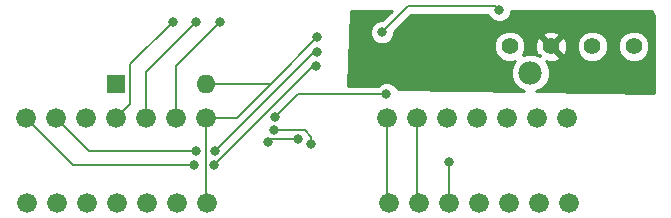
<source format=gtl>
G04 #@! TF.GenerationSoftware,KiCad,Pcbnew,5.0.2-bee76a0~70~ubuntu18.04.1*
G04 #@! TF.CreationDate,2019-03-14T11:27:35-04:00*
G04 #@! TF.ProjectId,Backpack,4261636b-7061-4636-9b2e-6b696361645f,rev?*
G04 #@! TF.SameCoordinates,Original*
G04 #@! TF.FileFunction,Copper,L1,Top*
G04 #@! TF.FilePolarity,Positive*
%FSLAX46Y46*%
G04 Gerber Fmt 4.6, Leading zero omitted, Abs format (unit mm)*
G04 Created by KiCad (PCBNEW 5.0.2-bee76a0~70~ubuntu18.04.1) date Thu 14 Mar 2019 11:27:35 AM EDT*
%MOMM*%
%LPD*%
G01*
G04 APERTURE LIST*
G04 #@! TA.AperFunction,ComponentPad*
%ADD10R,1.600000X1.600000*%
G04 #@! TD*
G04 #@! TA.AperFunction,ComponentPad*
%ADD11O,1.600000X1.600000*%
G04 #@! TD*
G04 #@! TA.AperFunction,ComponentPad*
%ADD12C,1.397000*%
G04 #@! TD*
G04 #@! TA.AperFunction,ComponentPad*
%ADD13C,1.981000*%
G04 #@! TD*
G04 #@! TA.AperFunction,ComponentPad*
%ADD14C,1.676400*%
G04 #@! TD*
G04 #@! TA.AperFunction,ViaPad*
%ADD15C,0.800000*%
G04 #@! TD*
G04 #@! TA.AperFunction,Conductor*
%ADD16C,0.152400*%
G04 #@! TD*
G04 #@! TA.AperFunction,Conductor*
%ADD17C,0.254000*%
G04 #@! TD*
G04 APERTURE END LIST*
D10*
G04 #@! TO.P,D2,1*
G04 #@! TO.N,Net-(D2-Pad1)*
X78168500Y-27051000D03*
D11*
G04 #@! TO.P,D2,2*
G04 #@! TO.N,/COM0*
X85788500Y-27051000D03*
G04 #@! TD*
D12*
G04 #@! TO.P,J1,2*
G04 #@! TO.N,GND*
X115026500Y-23876000D03*
G04 #@! TO.P,J1,1*
G04 #@! TO.N,+5V*
X111526500Y-23876000D03*
D13*
G04 #@! TO.P,J1,*
G04 #@! TO.N,*
X113276500Y-26106000D03*
D12*
G04 #@! TO.P,J1,3*
G04 #@! TO.N,/SDA*
X118526500Y-23876000D03*
G04 #@! TO.P,J1,4*
G04 #@! TO.N,/SCL*
X122026500Y-23876000D03*
G04 #@! TD*
D14*
G04 #@! TO.P,LED1,1*
G04 #@! TO.N,/COM0*
X85801200Y-29928820D03*
G04 #@! TO.P,LED1,2*
G04 #@! TO.N,/ROW0*
X83261200Y-29928820D03*
G04 #@! TO.P,LED1,3*
G04 #@! TO.N,/ROW1*
X80721200Y-29928820D03*
G04 #@! TO.P,LED1,4*
G04 #@! TO.N,/ROW2*
X78183740Y-29928820D03*
G04 #@! TO.P,LED1,5*
G04 #@! TO.N,/ROW3*
X75643740Y-29928820D03*
G04 #@! TO.P,LED1,6*
G04 #@! TO.N,/COM1*
X73103740Y-29928820D03*
G04 #@! TO.P,LED1,7*
G04 #@! TO.N,/COM2*
X70563740Y-29928820D03*
G04 #@! TO.P,LED1,8*
X70662800Y-37127180D03*
G04 #@! TO.P,LED1,9*
G04 #@! TO.N,/COM1*
X73202800Y-37127180D03*
G04 #@! TO.P,LED1,10*
G04 #@! TO.N,/ROW11*
X75742800Y-37127180D03*
G04 #@! TO.P,LED1,11*
G04 #@! TO.N,/ROW10*
X78280260Y-37127180D03*
G04 #@! TO.P,LED1,12*
G04 #@! TO.N,/ROW9*
X80820260Y-37127180D03*
G04 #@! TO.P,LED1,13*
G04 #@! TO.N,/ROW8*
X83360260Y-37127180D03*
G04 #@! TO.P,LED1,14*
G04 #@! TO.N,/COM0*
X85900260Y-37127180D03*
G04 #@! TD*
G04 #@! TO.P,LED2,14*
G04 #@! TO.N,/COM0*
X116507260Y-37127180D03*
G04 #@! TO.P,LED2,13*
G04 #@! TO.N,/ROW12*
X113967260Y-37127180D03*
G04 #@! TO.P,LED2,12*
G04 #@! TO.N,/ROW13*
X111427260Y-37127180D03*
G04 #@! TO.P,LED2,11*
G04 #@! TO.N,/ROW14*
X108887260Y-37127180D03*
G04 #@! TO.P,LED2,10*
G04 #@! TO.N,/ROW15*
X106349800Y-37127180D03*
G04 #@! TO.P,LED2,9*
G04 #@! TO.N,/COM1*
X103809800Y-37127180D03*
G04 #@! TO.P,LED2,8*
G04 #@! TO.N,/COM2*
X101269800Y-37127180D03*
G04 #@! TO.P,LED2,7*
X101170740Y-29928820D03*
G04 #@! TO.P,LED2,6*
G04 #@! TO.N,/COM1*
X103710740Y-29928820D03*
G04 #@! TO.P,LED2,5*
G04 #@! TO.N,/ROW7*
X106250740Y-29928820D03*
G04 #@! TO.P,LED2,4*
G04 #@! TO.N,/ROW6*
X108790740Y-29928820D03*
G04 #@! TO.P,LED2,3*
G04 #@! TO.N,/ROW5*
X111328200Y-29928820D03*
G04 #@! TO.P,LED2,2*
G04 #@! TO.N,/ROW4*
X113868200Y-29928820D03*
G04 #@! TO.P,LED2,1*
G04 #@! TO.N,/COM0*
X116408200Y-29928820D03*
G04 #@! TD*
D15*
G04 #@! TO.N,GND*
X99885500Y-21717000D03*
G04 #@! TO.N,/COM0*
X95250000Y-23114000D03*
G04 #@! TO.N,/ROW0*
X86995000Y-21780500D03*
G04 #@! TO.N,/ROW1*
X84963000Y-21844000D03*
G04 #@! TO.N,/ROW2*
X82994500Y-21780500D03*
G04 #@! TO.N,/COM1*
X84963000Y-32729000D03*
X86614000Y-32766000D03*
X95250000Y-24384000D03*
G04 #@! TO.N,/COM2*
X84836000Y-33909000D03*
X86526200Y-33909000D03*
X95123000Y-25527000D03*
G04 #@! TO.N,/ROW15*
X106426000Y-33655000D03*
G04 #@! TO.N,/ROW6*
X93599000Y-31750000D03*
X91059000Y-32004000D03*
G04 #@! TO.N,/ROW5*
X94742000Y-32131000D03*
X91567000Y-30988000D03*
G04 #@! TO.N,/ROW4*
X101092000Y-27940000D03*
X91694000Y-29845000D03*
G04 #@! TO.N,/SCL*
X100711000Y-22669500D03*
X110636847Y-20804500D03*
G04 #@! TD*
D16*
G04 #@! TO.N,/COM0*
X85801200Y-37028120D02*
X85900260Y-37127180D01*
X85801200Y-29928820D02*
X85801200Y-37028120D01*
X85801200Y-29928820D02*
X88435180Y-29928820D01*
X91313000Y-27051000D02*
X85788500Y-27051000D01*
X91503500Y-26860500D02*
X91313000Y-27051000D01*
X91503500Y-26860500D02*
X95250000Y-23114000D01*
X88435180Y-29928820D02*
X91503500Y-26860500D01*
G04 #@! TO.N,/ROW0*
X83261200Y-25514300D02*
X83261200Y-29928820D01*
X86995000Y-21780500D02*
X83261200Y-25514300D01*
G04 #@! TO.N,/ROW1*
X80721200Y-26085800D02*
X80721200Y-29928820D01*
X84963000Y-21844000D02*
X80721200Y-26085800D01*
G04 #@! TO.N,/ROW2*
X82994500Y-21780500D02*
X79375000Y-25400000D01*
X79375000Y-28737560D02*
X78183740Y-29928820D01*
X79375000Y-25400000D02*
X79375000Y-28737560D01*
G04 #@! TO.N,/COM1*
X103710740Y-36774120D02*
X103809800Y-36873180D01*
X103710740Y-37028120D02*
X103809800Y-37127180D01*
X103710740Y-29928820D02*
X103710740Y-37028120D01*
X73103740Y-29928820D02*
X75903920Y-32729000D01*
X75903920Y-32729000D02*
X84963000Y-32729000D01*
X86614000Y-32766000D02*
X94996000Y-24384000D01*
X94996000Y-24384000D02*
X95250000Y-24384000D01*
G04 #@! TO.N,/COM2*
X101170740Y-36774120D02*
X101269800Y-36873180D01*
X101170740Y-37028120D02*
X101269800Y-37127180D01*
X101170740Y-29928820D02*
X101170740Y-37028120D01*
X70563740Y-29928820D02*
X74543920Y-33909000D01*
X74543920Y-33909000D02*
X84836000Y-33909000D01*
X86526200Y-33909000D02*
X94908200Y-25527000D01*
X94908200Y-25527000D02*
X95123000Y-25527000D01*
G04 #@! TO.N,/ROW15*
X106349800Y-37127180D02*
X106349800Y-33731200D01*
X106349800Y-33731200D02*
X106426000Y-33655000D01*
G04 #@! TO.N,/ROW6*
X93599000Y-31750000D02*
X91313000Y-31750000D01*
X91313000Y-31750000D02*
X91059000Y-32004000D01*
G04 #@! TO.N,/ROW5*
X94164685Y-30988000D02*
X91567000Y-30988000D01*
X94742000Y-32131000D02*
X94742000Y-31565315D01*
X94742000Y-31565315D02*
X94164685Y-30988000D01*
G04 #@! TO.N,/ROW4*
X101092000Y-27940000D02*
X93599000Y-27940000D01*
X93599000Y-27940000D02*
X91694000Y-29845000D01*
G04 #@! TO.N,/SCL*
X100711000Y-22669500D02*
X101110999Y-22269501D01*
X100711000Y-22669500D02*
X102899790Y-20480710D01*
X102899790Y-20480710D02*
X110313057Y-20480710D01*
X110313057Y-20480710D02*
X110636847Y-20804500D01*
G04 #@! TD*
D17*
G04 #@! TO.N,GND*
G36*
X100740212Y-21634500D02*
X100505126Y-21634500D01*
X100124720Y-21792069D01*
X99833569Y-22083220D01*
X99676000Y-22463626D01*
X99676000Y-22875374D01*
X99833569Y-23255780D01*
X100124720Y-23546931D01*
X100505126Y-23704500D01*
X100916874Y-23704500D01*
X101297280Y-23546931D01*
X101588431Y-23255780D01*
X101746000Y-22875374D01*
X101746000Y-22640288D01*
X103194378Y-21191910D01*
X109677042Y-21191910D01*
X109759416Y-21390780D01*
X110050567Y-21681931D01*
X110430973Y-21839500D01*
X110842721Y-21839500D01*
X111223127Y-21681931D01*
X111514278Y-21390780D01*
X111671847Y-21010374D01*
X111671847Y-20839500D01*
X123251447Y-20839500D01*
X123468483Y-20879921D01*
X123599655Y-20960776D01*
X123692922Y-21083430D01*
X123749452Y-21278642D01*
X123750000Y-21289844D01*
X123750000Y-27794307D01*
X113782422Y-27655868D01*
X114197272Y-27484032D01*
X114654532Y-27026772D01*
X114902000Y-26429332D01*
X114902000Y-25782668D01*
X114654532Y-25185228D01*
X114613700Y-25144396D01*
X114833980Y-25221927D01*
X115363699Y-25193148D01*
X115719429Y-25045800D01*
X115781083Y-24810188D01*
X115026500Y-24055605D01*
X115012358Y-24069748D01*
X114832753Y-23890143D01*
X114846895Y-23876000D01*
X115206105Y-23876000D01*
X115960688Y-24630583D01*
X116196300Y-24568929D01*
X116372427Y-24068520D01*
X116347557Y-23610750D01*
X117193000Y-23610750D01*
X117193000Y-24141250D01*
X117396013Y-24631367D01*
X117771133Y-25006487D01*
X118261250Y-25209500D01*
X118791750Y-25209500D01*
X119281867Y-25006487D01*
X119656987Y-24631367D01*
X119860000Y-24141250D01*
X119860000Y-23610750D01*
X120693000Y-23610750D01*
X120693000Y-24141250D01*
X120896013Y-24631367D01*
X121271133Y-25006487D01*
X121761250Y-25209500D01*
X122291750Y-25209500D01*
X122781867Y-25006487D01*
X123156987Y-24631367D01*
X123360000Y-24141250D01*
X123360000Y-23610750D01*
X123156987Y-23120633D01*
X122781867Y-22745513D01*
X122291750Y-22542500D01*
X121761250Y-22542500D01*
X121271133Y-22745513D01*
X120896013Y-23120633D01*
X120693000Y-23610750D01*
X119860000Y-23610750D01*
X119656987Y-23120633D01*
X119281867Y-22745513D01*
X118791750Y-22542500D01*
X118261250Y-22542500D01*
X117771133Y-22745513D01*
X117396013Y-23120633D01*
X117193000Y-23610750D01*
X116347557Y-23610750D01*
X116343648Y-23538801D01*
X116196300Y-23183071D01*
X115960688Y-23121417D01*
X115206105Y-23876000D01*
X114846895Y-23876000D01*
X114092312Y-23121417D01*
X113856700Y-23183071D01*
X113680573Y-23683480D01*
X113709352Y-24213199D01*
X113856700Y-24568929D01*
X114092310Y-24630582D01*
X114054190Y-24668702D01*
X113599832Y-24480500D01*
X112953168Y-24480500D01*
X112671079Y-24597345D01*
X112860000Y-24141250D01*
X112860000Y-23610750D01*
X112656987Y-23120633D01*
X112478166Y-22941812D01*
X114271917Y-22941812D01*
X115026500Y-23696395D01*
X115781083Y-22941812D01*
X115719429Y-22706200D01*
X115219020Y-22530073D01*
X114689301Y-22558852D01*
X114333571Y-22706200D01*
X114271917Y-22941812D01*
X112478166Y-22941812D01*
X112281867Y-22745513D01*
X111791750Y-22542500D01*
X111261250Y-22542500D01*
X110771133Y-22745513D01*
X110396013Y-23120633D01*
X110193000Y-23610750D01*
X110193000Y-24141250D01*
X110396013Y-24631367D01*
X110771133Y-25006487D01*
X111261250Y-25209500D01*
X111791750Y-25209500D01*
X111932494Y-25151202D01*
X111898468Y-25185228D01*
X111651000Y-25782668D01*
X111651000Y-26429332D01*
X111898468Y-27026772D01*
X112355728Y-27484032D01*
X112735473Y-27641328D01*
X102026956Y-27492598D01*
X101969431Y-27353720D01*
X101678280Y-27062569D01*
X101297874Y-26905000D01*
X100886126Y-26905000D01*
X100505720Y-27062569D01*
X100339489Y-27228800D01*
X97806393Y-27228800D01*
X98120621Y-20839500D01*
X101535212Y-20839500D01*
X100740212Y-21634500D01*
X100740212Y-21634500D01*
G37*
X100740212Y-21634500D02*
X100505126Y-21634500D01*
X100124720Y-21792069D01*
X99833569Y-22083220D01*
X99676000Y-22463626D01*
X99676000Y-22875374D01*
X99833569Y-23255780D01*
X100124720Y-23546931D01*
X100505126Y-23704500D01*
X100916874Y-23704500D01*
X101297280Y-23546931D01*
X101588431Y-23255780D01*
X101746000Y-22875374D01*
X101746000Y-22640288D01*
X103194378Y-21191910D01*
X109677042Y-21191910D01*
X109759416Y-21390780D01*
X110050567Y-21681931D01*
X110430973Y-21839500D01*
X110842721Y-21839500D01*
X111223127Y-21681931D01*
X111514278Y-21390780D01*
X111671847Y-21010374D01*
X111671847Y-20839500D01*
X123251447Y-20839500D01*
X123468483Y-20879921D01*
X123599655Y-20960776D01*
X123692922Y-21083430D01*
X123749452Y-21278642D01*
X123750000Y-21289844D01*
X123750000Y-27794307D01*
X113782422Y-27655868D01*
X114197272Y-27484032D01*
X114654532Y-27026772D01*
X114902000Y-26429332D01*
X114902000Y-25782668D01*
X114654532Y-25185228D01*
X114613700Y-25144396D01*
X114833980Y-25221927D01*
X115363699Y-25193148D01*
X115719429Y-25045800D01*
X115781083Y-24810188D01*
X115026500Y-24055605D01*
X115012358Y-24069748D01*
X114832753Y-23890143D01*
X114846895Y-23876000D01*
X115206105Y-23876000D01*
X115960688Y-24630583D01*
X116196300Y-24568929D01*
X116372427Y-24068520D01*
X116347557Y-23610750D01*
X117193000Y-23610750D01*
X117193000Y-24141250D01*
X117396013Y-24631367D01*
X117771133Y-25006487D01*
X118261250Y-25209500D01*
X118791750Y-25209500D01*
X119281867Y-25006487D01*
X119656987Y-24631367D01*
X119860000Y-24141250D01*
X119860000Y-23610750D01*
X120693000Y-23610750D01*
X120693000Y-24141250D01*
X120896013Y-24631367D01*
X121271133Y-25006487D01*
X121761250Y-25209500D01*
X122291750Y-25209500D01*
X122781867Y-25006487D01*
X123156987Y-24631367D01*
X123360000Y-24141250D01*
X123360000Y-23610750D01*
X123156987Y-23120633D01*
X122781867Y-22745513D01*
X122291750Y-22542500D01*
X121761250Y-22542500D01*
X121271133Y-22745513D01*
X120896013Y-23120633D01*
X120693000Y-23610750D01*
X119860000Y-23610750D01*
X119656987Y-23120633D01*
X119281867Y-22745513D01*
X118791750Y-22542500D01*
X118261250Y-22542500D01*
X117771133Y-22745513D01*
X117396013Y-23120633D01*
X117193000Y-23610750D01*
X116347557Y-23610750D01*
X116343648Y-23538801D01*
X116196300Y-23183071D01*
X115960688Y-23121417D01*
X115206105Y-23876000D01*
X114846895Y-23876000D01*
X114092312Y-23121417D01*
X113856700Y-23183071D01*
X113680573Y-23683480D01*
X113709352Y-24213199D01*
X113856700Y-24568929D01*
X114092310Y-24630582D01*
X114054190Y-24668702D01*
X113599832Y-24480500D01*
X112953168Y-24480500D01*
X112671079Y-24597345D01*
X112860000Y-24141250D01*
X112860000Y-23610750D01*
X112656987Y-23120633D01*
X112478166Y-22941812D01*
X114271917Y-22941812D01*
X115026500Y-23696395D01*
X115781083Y-22941812D01*
X115719429Y-22706200D01*
X115219020Y-22530073D01*
X114689301Y-22558852D01*
X114333571Y-22706200D01*
X114271917Y-22941812D01*
X112478166Y-22941812D01*
X112281867Y-22745513D01*
X111791750Y-22542500D01*
X111261250Y-22542500D01*
X110771133Y-22745513D01*
X110396013Y-23120633D01*
X110193000Y-23610750D01*
X110193000Y-24141250D01*
X110396013Y-24631367D01*
X110771133Y-25006487D01*
X111261250Y-25209500D01*
X111791750Y-25209500D01*
X111932494Y-25151202D01*
X111898468Y-25185228D01*
X111651000Y-25782668D01*
X111651000Y-26429332D01*
X111898468Y-27026772D01*
X112355728Y-27484032D01*
X112735473Y-27641328D01*
X102026956Y-27492598D01*
X101969431Y-27353720D01*
X101678280Y-27062569D01*
X101297874Y-26905000D01*
X100886126Y-26905000D01*
X100505720Y-27062569D01*
X100339489Y-27228800D01*
X97806393Y-27228800D01*
X98120621Y-20839500D01*
X101535212Y-20839500D01*
X100740212Y-21634500D01*
G04 #@! TD*
M02*

</source>
